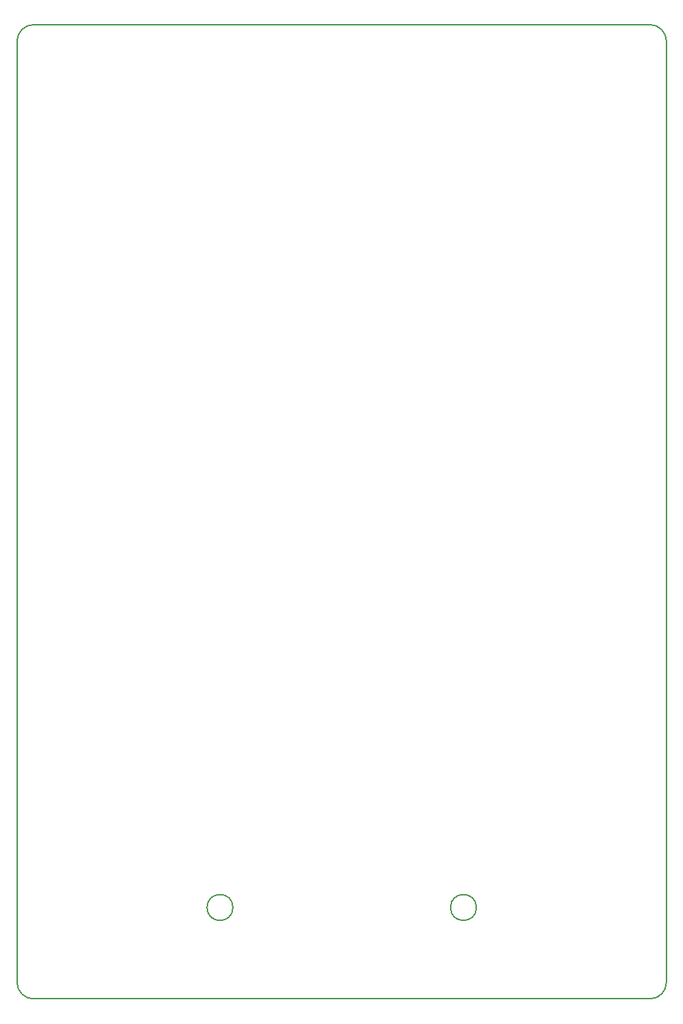
<source format=gm1>
%TF.GenerationSoftware,KiCad,Pcbnew,(6.0.1)*%
%TF.CreationDate,2022-04-04T17:19:21+02:00*%
%TF.ProjectId,PCB KiCad,50434220-4b69-4436-9164-2e6b69636164,rev?*%
%TF.SameCoordinates,Original*%
%TF.FileFunction,Profile,NP*%
%FSLAX46Y46*%
G04 Gerber Fmt 4.6, Leading zero omitted, Abs format (unit mm)*
G04 Created by KiCad (PCBNEW (6.0.1)) date 2022-04-04 17:19:21*
%MOMM*%
%LPD*%
G01*
G04 APERTURE LIST*
%TA.AperFunction,Profile*%
%ADD10C,0.150000*%
%TD*%
%TA.AperFunction,Profile*%
%ADD11C,0.200000*%
%TD*%
G04 APERTURE END LIST*
D10*
X99600000Y-136750000D02*
G75*
G03*
X99600000Y-136750000I-1600000J0D01*
G01*
D11*
X43000001Y-30000001D02*
X43000001Y-146000001D01*
X123000001Y-146000001D02*
X123000001Y-30000001D01*
X121000001Y-148000001D02*
G75*
G03*
X123000001Y-146000001I1J1999999D01*
G01*
X123000001Y-30000001D02*
G75*
G03*
X121000001Y-28000001I-1999999J1D01*
G01*
X45000001Y-28000001D02*
G75*
G03*
X43000001Y-30000001I-1J-1999999D01*
G01*
D10*
X69600000Y-136750000D02*
G75*
G03*
X69600000Y-136750000I-1600000J0D01*
G01*
D11*
X45000001Y-148000001D02*
X121000001Y-148000001D01*
X43000001Y-146000001D02*
G75*
G03*
X45000001Y-148000001I1999999J-1D01*
G01*
X121000001Y-28000001D02*
X45000001Y-28000001D01*
M02*

</source>
